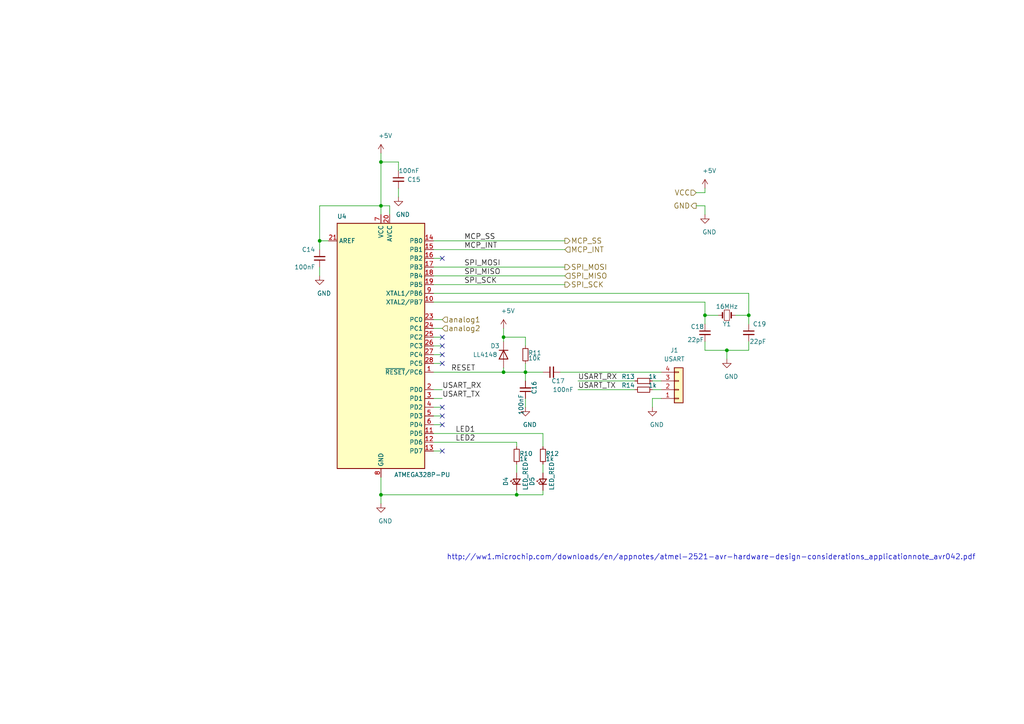
<source format=kicad_sch>
(kicad_sch (version 20211123) (generator eeschema)
  (paper "A4")
  (lib_symbols
    (symbol "Connector_Generic:Conn_01x04" (pin_names (offset 1.016) hide)
      (property "Reference" "J" (at 0 5.08 0))
      (property "Value" "Conn_01x04" (at 0 -7.62 0))
      (symbol "Conn_01x04_1_1"
        (rectangle (start -1.27 -4.953) (end 0 -5.207) (stroke (width 0.1524)))
        (rectangle (start -1.27 -2.413) (end 0 -2.667) (stroke (width 0.1524)))
        (rectangle (start -1.27 0.127) (end 0 -0.127) (stroke (width 0.1524)))
        (rectangle (start -1.27 2.667) (end 0 2.413) (stroke (width 0.1524)))
        (rectangle (start -1.27 3.81) (end 1.27 -6.35) (stroke (width 0.254)) (fill (type background)))
        (pin passive line (at -5.08 2.54 0) (length 3.81) (name "Pin_1") (number "1"))
        (pin passive line (at -5.08 0 0) (length 3.81) (name "Pin_2") (number "2"))
        (pin passive line (at -5.08 -2.54 0) (length 3.81) (name "Pin_3") (number "3"))
        (pin passive line (at -5.08 -5.08 0) (length 3.81) (name "Pin_4") (number "4"))
      )
    )
    (symbol "Device:C_Small" (pin_numbers hide) (pin_names (offset 0.254) hide)
      (property "Reference" "C" (at 0.254 1.778 0))
      (property "Value" "C_Small" (at 0.254 -2.032 0))
      (symbol "C_Small_0_1"
        (polyline (pts (xy -1.524 -0.508) (xy 1.524 -0.508)) (stroke (width 0.3302)))
        (polyline (pts (xy -1.524 0.508) (xy 1.524 0.508)) (stroke (width 0.3048)))
      )
      (symbol "C_Small_1_1"
        (pin passive line (at 0 2.54 270) (length 2.032) (name "~") (number "1"))
        (pin passive line (at 0 -2.54 90) (length 2.032) (name "~") (number "2"))
      )
    )
    (symbol "Device:Crystal_Small" (pin_numbers hide) (pin_names (offset 1.016) hide)
      (property "Reference" "Y" (at 0 2.54 0))
      (property "Value" "Crystal_Small" (at 0 -2.54 0))
      (symbol "Crystal_Small_0_1"
        (rectangle (start -0.762 -1.524) (end 0.762 1.524))
        (polyline (pts (xy -1.27 -0.762) (xy -1.27 0.762)) (stroke (width 0.381)))
        (polyline (pts (xy 1.27 -0.762) (xy 1.27 0.762)) (stroke (width 0.381)))
      )
      (symbol "Crystal_Small_1_1"
        (pin passive line (at -2.54 0 0) (length 1.27) (name "1") (number "1"))
        (pin passive line (at 2.54 0 180) (length 1.27) (name "2") (number "2"))
      )
    )
    (symbol "Device:LED_Small" (pin_numbers hide) (pin_names (offset 0.254) hide)
      (property "Reference" "D" (at -1.27 3.175 0))
      (property "Value" "LED_Small" (at -4.445 -2.54 0))
      (symbol "LED_Small_0_1"
        (polyline (pts (xy -0.762 -1.016) (xy -0.762 1.016)) (stroke (width 0.254)))
        (polyline (pts (xy 1.016 0) (xy -0.762 0)))
        (polyline (pts (xy 0.762 -1.016) (xy -0.762 0) (xy 0.762 1.016) (xy 0.762 -1.016)) (stroke (width 0.254)))
        (polyline (pts (xy 0 0.762) (xy -0.508 1.27) (xy -0.254 1.27) (xy -0.508 1.27) (xy -0.508 1.016)))
        (polyline (pts (xy 0.508 1.27) (xy 0 1.778) (xy 0.254 1.778) (xy 0 1.778) (xy 0 1.524)))
      )
      (symbol "LED_Small_1_1"
        (pin passive line (at -2.54 0 0) (length 1.778) (name "K") (number "1"))
        (pin passive line (at 2.54 0 180) (length 1.778) (name "A") (number "2"))
      )
    )
    (symbol "Device:R_Small" (pin_numbers hide) (pin_names (offset 0.254) hide)
      (property "Reference" "R" (at 0.762 0.508 0))
      (property "Value" "R_Small" (at 0.762 -1.016 0))
      (symbol "R_Small_0_1"
        (rectangle (start -0.762 1.778) (end 0.762 -1.778) (stroke (width 0.2032)))
      )
      (symbol "R_Small_1_1"
        (pin passive line (at 0 2.54 270) (length 0.762) (name "~") (number "1"))
        (pin passive line (at 0 -2.54 90) (length 0.762) (name "~") (number "2"))
      )
    )
    (symbol "Diode:LL4148" (pin_numbers hide) (pin_names (offset 1.016) hide)
      (property "Reference" "D" (at 0 2.54 0))
      (property "Value" "LL4148" (at 0 -2.54 0))
      (symbol "LL4148_0_1"
        (polyline (pts (xy -1.27 1.27) (xy -1.27 -1.27)) (stroke (width 0.254)))
        (polyline (pts (xy 1.27 0) (xy -1.27 0)))
        (polyline (pts (xy 1.27 1.27) (xy 1.27 -1.27) (xy -1.27 0) (xy 1.27 1.27)) (stroke (width 0.254)))
      )
      (symbol "LL4148_1_1"
        (pin passive line (at -3.81 0 0) (length 2.54) (name "K") (number "1"))
        (pin passive line (at 3.81 0 180) (length 2.54) (name "A") (number "2"))
      )
    )
    (symbol "MCU_Microchip_ATmega:ATmega328-P"
      (property "Reference" "U" (at -12.7 36.83 0))
      (property "Value" "ATmega328-P" (at 2.54 -36.83 0))
      (symbol "ATmega328-P_0_1"
        (rectangle (start -12.7 -35.56) (end 12.7 35.56) (stroke (width 0.254)) (fill (type background)))
      )
      (symbol "ATmega328-P_1_1"
        (pin bidirectional line (at 15.24 -7.62 180) (length 2.54) (name "~{RESET}/PC6") (number "1"))
        (pin bidirectional line (at 15.24 12.7 180) (length 2.54) (name "XTAL2/PB7") (number "10"))
        (pin bidirectional line (at 15.24 -25.4 180) (length 2.54) (name "PD5") (number "11"))
        (pin bidirectional line (at 15.24 -27.94 180) (length 2.54) (name "PD6") (number "12"))
        (pin bidirectional line (at 15.24 -30.48 180) (length 2.54) (name "PD7") (number "13"))
        (pin bidirectional line (at 15.24 30.48 180) (length 2.54) (name "PB0") (number "14"))
        (pin bidirectional line (at 15.24 27.94 180) (length 2.54) (name "PB1") (number "15"))
        (pin bidirectional line (at 15.24 25.4 180) (length 2.54) (name "PB2") (number "16"))
        (pin bidirectional line (at 15.24 22.86 180) (length 2.54) (name "PB3") (number "17"))
        (pin bidirectional line (at 15.24 20.32 180) (length 2.54) (name "PB4") (number "18"))
        (pin bidirectional line (at 15.24 17.78 180) (length 2.54) (name "PB5") (number "19"))
        (pin bidirectional line (at 15.24 -12.7 180) (length 2.54) (name "PD0") (number "2"))
        (pin power_in line (at 2.54 38.1 270) (length 2.54) (name "AVCC") (number "20"))
        (pin passive line (at -15.24 30.48 0) (length 2.54) (name "AREF") (number "21"))
        (pin passive line (at 0 -38.1 90) (length 2.54) hide (name "GND") (number "22"))
        (pin bidirectional line (at 15.24 7.62 180) (length 2.54) (name "PC0") (number "23"))
        (pin bidirectional line (at 15.24 5.08 180) (length 2.54) (name "PC1") (number "24"))
        (pin bidirectional line (at 15.24 2.54 180) (length 2.54) (name "PC2") (number "25"))
        (pin bidirectional line (at 15.24 0 180) (length 2.54) (name "PC3") (number "26"))
        (pin bidirectional line (at 15.24 -2.54 180) (length 2.54) (name "PC4") (number "27"))
        (pin bidirectional line (at 15.24 -5.08 180) (length 2.54) (name "PC5") (number "28"))
        (pin bidirectional line (at 15.24 -15.24 180) (length 2.54) (name "PD1") (number "3"))
        (pin bidirectional line (at 15.24 -17.78 180) (length 2.54) (name "PD2") (number "4"))
        (pin bidirectional line (at 15.24 -20.32 180) (length 2.54) (name "PD3") (number "5"))
        (pin bidirectional line (at 15.24 -22.86 180) (length 2.54) (name "PD4") (number "6"))
        (pin power_in line (at 0 38.1 270) (length 2.54) (name "VCC") (number "7"))
        (pin power_in line (at 0 -38.1 90) (length 2.54) (name "GND") (number "8"))
        (pin bidirectional line (at 15.24 15.24 180) (length 2.54) (name "XTAL1/PB6") (number "9"))
      )
    )
    (symbol "power:+5V" (power) (pin_names (offset 0))
      (property "Value" "+5V" (at 0 3.556 0))
      (symbol "+5V_0_1"
        (polyline (pts (xy -0.762 1.27) (xy 0 2.54)))
        (polyline (pts (xy 0 0) (xy 0 2.54)))
        (polyline (pts (xy 0 2.54) (xy 0.762 1.27)))
      )
      (symbol "+5V_1_1"
        (pin power_in line (at 0 0 90) (length 0) hide (name "+5V") (number "1"))
      )
    )
    (symbol "power:GND" (power) (pin_names (offset 0))
      (property "Value" "GND" (at 0 -3.81 0))
      (symbol "GND_0_1"
        (polyline (pts (xy 0 0) (xy 0 -1.27) (xy 1.27 -1.27) (xy 0 -2.54) (xy -1.27 -1.27) (xy 0 -1.27)))
      )
      (symbol "GND_1_1"
        (pin power_in line (at 0 0 270) (length 0) hide (name "GND") (number "1"))
      )
    )
  )
  (junction (at 149.86 143.51))
  (junction (at 110.49 143.51))
  (junction (at 152.4 107.95))
  (junction (at 217.17 91.44))
  (junction (at 204.47 91.44))
  (junction (at 110.49 46.99))
  (junction (at 92.71 69.85))
  (junction (at 210.82 101.6))
  (junction (at 146.05 97.79))
  (junction (at 110.49 59.69))
  (junction (at 146.05 107.95))
  (no_connect (at 128.27 100.33))
  (no_connect (at 128.27 74.93))
  (no_connect (at 128.27 120.65))
  (no_connect (at 128.27 130.81))
  (no_connect (at 128.27 102.87))
  (no_connect (at 128.27 123.19))
  (no_connect (at 128.27 118.11))
  (no_connect (at 128.27 105.41))
  (no_connect (at 128.27 97.79))
  (wire (pts (xy 115.57 57.15) (xy 115.57 54.61)))
  (wire (pts (xy 189.23 113.03) (xy 191.77 113.03)))
  (wire (pts (xy 113.03 62.23) (xy 113.03 59.69)))
  (wire (pts (xy 146.05 107.95) (xy 152.4 107.95)))
  (wire (pts (xy 157.48 125.73) (xy 157.48 129.54)))
  (wire (pts (xy 110.49 62.23) (xy 110.49 59.69)))
  (wire (pts (xy 110.49 46.99) (xy 110.49 59.69)))
  (wire (pts (xy 157.48 142.24) (xy 157.48 143.51)))
  (wire (pts (xy 217.17 91.44) (xy 213.36 91.44)))
  (wire (pts (xy 201.93 59.69) (xy 204.47 59.69)))
  (wire (pts (xy 152.4 100.33) (xy 152.4 97.79)))
  (wire (pts (xy 204.47 87.63) (xy 204.47 91.44)))
  (wire (pts (xy 208.28 91.44) (xy 204.47 91.44)))
  (wire (pts (xy 110.49 59.69) (xy 113.03 59.69)))
  (wire (pts (xy 125.73 118.11) (xy 128.27 118.11)))
  (wire (pts (xy 189.23 110.49) (xy 191.77 110.49)))
  (wire (pts (xy 201.93 55.88) (xy 204.47 55.88)))
  (wire (pts (xy 128.27 115.57) (xy 125.73 115.57)))
  (wire (pts (xy 204.47 101.6) (xy 204.47 99.06)))
  (wire (pts (xy 152.4 105.41) (xy 152.4 107.95)))
  (wire (pts (xy 125.73 102.87) (xy 128.27 102.87)))
  (wire (pts (xy 204.47 55.88) (xy 204.47 54.61)))
  (wire (pts (xy 189.23 115.57) (xy 191.77 115.57)))
  (wire (pts (xy 204.47 59.69) (xy 204.47 62.23)))
  (wire (pts (xy 110.49 143.51) (xy 149.86 143.51)))
  (wire (pts (xy 125.73 85.09) (xy 217.17 85.09)))
  (wire (pts (xy 210.82 104.14) (xy 210.82 101.6)))
  (wire (pts (xy 110.49 59.69) (xy 92.71 59.69)))
  (wire (pts (xy 146.05 106.68) (xy 146.05 107.95)))
  (wire (pts (xy 146.05 97.79) (xy 152.4 97.79)))
  (wire (pts (xy 217.17 101.6) (xy 217.17 99.06)))
  (wire (pts (xy 92.71 69.85) (xy 95.25 69.85)))
  (wire (pts (xy 217.17 91.44) (xy 217.17 93.98)))
  (wire (pts (xy 128.27 105.41) (xy 125.73 105.41)))
  (wire (pts (xy 115.57 46.99) (xy 110.49 46.99)))
  (wire (pts (xy 128.27 92.71) (xy 125.73 92.71)))
  (wire (pts (xy 128.27 74.93) (xy 125.73 74.93)))
  (wire (pts (xy 152.4 115.57) (xy 152.4 118.11)))
  (wire (pts (xy 149.86 128.27) (xy 149.86 129.54)))
  (wire (pts (xy 110.49 46.99) (xy 110.49 44.45)))
  (wire (pts (xy 125.73 130.81) (xy 128.27 130.81)))
  (wire (pts (xy 152.4 107.95) (xy 157.48 107.95)))
  (wire (pts (xy 167.64 110.49) (xy 184.15 110.49)))
  (wire (pts (xy 152.4 107.95) (xy 152.4 110.49)))
  (wire (pts (xy 217.17 85.09) (xy 217.17 91.44)))
  (wire (pts (xy 92.71 77.47) (xy 92.71 80.01)))
  (wire (pts (xy 163.83 80.01) (xy 125.73 80.01)))
  (wire (pts (xy 189.23 118.11) (xy 189.23 115.57)))
  (wire (pts (xy 125.73 77.47) (xy 163.83 77.47)))
  (wire (pts (xy 125.73 113.03) (xy 128.27 113.03)))
  (wire (pts (xy 92.71 59.69) (xy 92.71 69.85)))
  (wire (pts (xy 125.73 125.73) (xy 157.48 125.73)))
  (wire (pts (xy 163.83 69.85) (xy 125.73 69.85)))
  (wire (pts (xy 125.73 123.19) (xy 128.27 123.19)))
  (wire (pts (xy 125.73 100.33) (xy 128.27 100.33)))
  (wire (pts (xy 110.49 138.43) (xy 110.49 143.51)))
  (wire (pts (xy 110.49 143.51) (xy 110.49 146.05)))
  (wire (pts (xy 162.56 107.95) (xy 191.77 107.95)))
  (wire (pts (xy 204.47 91.44) (xy 204.47 93.98)))
  (wire (pts (xy 128.27 95.25) (xy 125.73 95.25)))
  (wire (pts (xy 146.05 99.06) (xy 146.05 97.79)))
  (wire (pts (xy 204.47 101.6) (xy 210.82 101.6)))
  (wire (pts (xy 149.86 134.62) (xy 149.86 137.16)))
  (wire (pts (xy 125.73 128.27) (xy 149.86 128.27)))
  (wire (pts (xy 125.73 107.95) (xy 146.05 107.95)))
  (wire (pts (xy 125.73 120.65) (xy 128.27 120.65)))
  (wire (pts (xy 146.05 95.25) (xy 146.05 97.79)))
  (wire (pts (xy 125.73 97.79) (xy 128.27 97.79)))
  (wire (pts (xy 167.64 113.03) (xy 184.15 113.03)))
  (wire (pts (xy 125.73 72.39) (xy 163.83 72.39)))
  (wire (pts (xy 115.57 49.53) (xy 115.57 46.99)))
  (wire (pts (xy 149.86 143.51) (xy 157.48 143.51)))
  (wire (pts (xy 157.48 134.62) (xy 157.48 137.16)))
  (wire (pts (xy 125.73 82.55) (xy 163.83 82.55)))
  (wire (pts (xy 149.86 142.24) (xy 149.86 143.51)))
  (wire (pts (xy 125.73 87.63) (xy 204.47 87.63)))
  (wire (pts (xy 210.82 101.6) (xy 217.17 101.6)))
  (wire (pts (xy 92.71 69.85) (xy 92.71 72.39)))
  (text "http://ww1.microchip.com/downloads/en/appnotes/atmel-2521-avr-hardware-design-considerations_applicationnote_avr042.pdf" (at 129.54 162.56 0) (effects (font (size 1.524 1.524)) (justify left bottom)))
  (label "SPI_MOSI" (at 134.62 77.47 0) (effects (font (size 1.524 1.524))))
  (label "USART_TX" (at 167.64 113.03 0) (effects (font (size 1.524 1.524))))
  (label "USART_TX" (at 128.27 115.57 0) (effects (font (size 1.524 1.524))))
  (label "LED1" (at 132.08 125.73 0) (effects (font (size 1.524 1.524))))
  (label "MCP_INT" (at 134.62 72.39 0) (effects (font (size 1.524 1.524))))
  (label "RESET" (at 130.81 107.95 0) (effects (font (size 1.524 1.524))))
  (label "USART_RX" (at 128.27 113.03 0) (effects (font (size 1.524 1.524))))
  (label "MCP_SS" (at 134.62 69.85 0) (effects (font (size 1.524 1.524))))
  (label "SPI_MISO" (at 134.62 80.01 0) (effects (font (size 1.524 1.524))))
  (label "SPI_SCK" (at 134.62 82.55 0) (effects (font (size 1.524 1.524))))
  (label "LED2" (at 132.08 128.27 0) (effects (font (size 1.524 1.524))))
  (label "USART_RX" (at 167.64 110.49 0) (effects (font (size 1.524 1.524))))
  (hierarchical_label "VCC" (shape input) (at 201.93 55.88 180) (effects (font (size 1.524 1.524))))
  (hierarchical_label "SPI_MOSI" (shape output) (at 163.83 77.47 0) (effects (font (size 1.524 1.524))))
  (hierarchical_label "GND" (shape output) (at 201.93 59.69 180) (effects (font (size 1.524 1.524))))
  (hierarchical_label "MCP_INT" (shape input) (at 163.83 72.39 0) (effects (font (size 1.524 1.524))))
  (hierarchical_label "analog2" (shape input) (at 128.27 95.25 0) (effects (font (size 1.524 1.524))))
  (hierarchical_label "MCP_SS" (shape output) (at 163.83 69.85 0) (effects (font (size 1.524 1.524))))
  (hierarchical_label "SPI_SCK" (shape output) (at 163.83 82.55 0) (effects (font (size 1.524 1.524))))
  (hierarchical_label "analog1" (shape input) (at 128.27 92.71 0) (effects (font (size 1.524 1.524))))
  (hierarchical_label "SPI_MISO" (shape input) (at 163.83 80.01 0) (effects (font (size 1.524 1.524))))
  (symbol (lib_id "MCU_Microchip_ATmega:ATmega328-P") (at 110.49 100.33 0) (unit 1)
    (property "Reference" "U4" (at 97.79 63.5 0) (effects (justify left bottom)))
    (property "Value" "ATMEGA328P-PU" (at 114.3 138.43 0) (effects (justify left bottom)))
    (property "Footprint" "Package_DIP:DIP-28_W7.62mm_Socket" (effects hide))
  )
  (symbol (lib_id "Device:Crystal_Small") (at 210.82 91.44 0) (mirror x) (unit 1)
    (property "Reference" "Y1" (at 210.82 93.98 0))
    (property "Value" "16MHz" (at 210.82 88.9 0))
    (property "Footprint" "Crystal:Crystal_HC49-U_Vertical" (effects hide))
    (property "Datasheet" "http://www.farnell.com/datasheets/321153.pdf" (effects hide))
  )
  (symbol (lib_id "Device:C_Small") (at 204.47 96.52 0) (mirror y) (unit 1)
    (property "Reference" "C18" (at 204.216 94.742 0) (effects (justify left)))
    (property "Value" "22pF" (at 204.216 98.552 0) (effects (justify left)))
    (property "Footprint" "Capacitor_SMD:C_0805_2012Metric_Pad1.18x1.45mm_HandSolder" (effects hide))
  )
  (symbol (lib_id "Device:C_Small") (at 217.17 96.52 0) (mirror y) (unit 1)
    (property "Reference" "C19" (at 222.25 93.98 0) (effects (justify left)))
    (property "Value" "22pF" (at 222.25 99.06 0) (effects (justify left)))
    (property "Footprint" "Capacitor_SMD:C_0805_2012Metric_Pad1.18x1.45mm_HandSolder" (effects hide))
  )
  (symbol (lib_id "Device:R_Small") (at 152.4 102.87 0) (unit 1)
    (property "Reference" "R11" (at 153.162 102.362 0) (effects (justify left)))
    (property "Value" "10k" (at 153.162 103.886 0) (effects (justify left)))
    (property "Footprint" "Resistor_SMD:R_0805_2012Metric_Pad1.20x1.40mm_HandSolder" (effects hide))
  )
  (symbol (lib_id "Device:C_Small") (at 152.4 113.03 180) (unit 1)
    (property "Reference" "C16" (at 154.94 110.49 90) (effects (justify left)))
    (property "Value" "100nF" (at 151.13 114.3 90) (effects (justify left)))
    (property "Footprint" "Capacitor_SMD:C_0805_2012Metric_Pad1.18x1.45mm_HandSolder" (effects hide))
  )
  (symbol (lib_id "Device:LED_Small") (at 149.86 139.7 90) (unit 1)
    (property "Reference" "D4" (at 146.685 140.97 0) (effects (justify left)))
    (property "Value" "LED_RED" (at 152.4 142.24 0) (effects (justify left)))
    (property "Footprint" "LED_SMD:LED_0805_2012Metric_Pad1.15x1.40mm_HandSolder" (effects hide))
  )
  (symbol (lib_id "Device:R_Small") (at 149.86 132.08 0) (unit 1)
    (property "Reference" "R10" (at 150.622 131.572 0) (effects (justify left)))
    (property "Value" "1k" (at 150.622 133.096 0) (effects (justify left)))
    (property "Footprint" "Resistor_SMD:R_0805_2012Metric_Pad1.20x1.40mm_HandSolder" (effects hide))
  )
  (symbol (lib_id "Device:R_Small") (at 186.69 110.49 90) (unit 1)
    (property "Reference" "R13" (at 184.15 109.22 90) (effects (justify left)))
    (property "Value" "1k" (at 190.5 109.22 90) (effects (justify left)))
    (property "Footprint" "Resistor_SMD:R_0805_2012Metric_Pad1.20x1.40mm_HandSolder" (effects hide))
  )
  (symbol (lib_id "Device:R_Small") (at 186.69 113.03 90) (unit 1)
    (property "Reference" "R14" (at 184.15 111.76 90) (effects (justify left)))
    (property "Value" "1k" (at 190.5 111.76 90) (effects (justify left)))
    (property "Footprint" "Resistor_SMD:R_0805_2012Metric_Pad1.20x1.40mm_HandSolder" (effects hide))
  )
  (symbol (lib_id "Device:LED_Small") (at 157.48 139.7 90) (unit 1)
    (property "Reference" "D5" (at 154.305 140.97 0) (effects (justify left)))
    (property "Value" "LED_RED" (at 160.02 142.24 0) (effects (justify left)))
    (property "Footprint" "LED_SMD:LED_0805_2012Metric_Pad1.15x1.40mm_HandSolder" (effects hide))
  )
  (symbol (lib_id "Device:R_Small") (at 157.48 132.08 0) (unit 1)
    (property "Reference" "R12" (at 158.242 131.572 0) (effects (justify left)))
    (property "Value" "1k" (at 158.242 133.096 0) (effects (justify left)))
    (property "Footprint" "Resistor_SMD:R_0805_2012Metric_Pad1.20x1.40mm_HandSolder" (effects hide))
  )
  (symbol (lib_id "Diode:LL4148") (at 146.05 102.87 90) (mirror x) (unit 1)
    (property "Reference" "D3" (at 142.24 100.33 90) (effects (justify right)))
    (property "Value" "LL4148" (at 137.16 102.87 90) (effects (justify right)))
    (property "Footprint" "Diode_SMD:D_MiniMELF_Handsoldering" (effects hide))
    (property "Datasheet" "http://www.vishay.com/docs/85557/ll4148.pdf" (effects hide))
  )
  (symbol (lib_id "power:GND") (at 210.82 104.14 0) (unit 1)
    (property "Reference" "#PWR022" (effects hide))
    (property "Value" "GND" (at 212.09 109.22 0))
  )
  (symbol (lib_id "power:GND") (at 110.49 146.05 0) (unit 1)
    (property "Reference" "#PWR015" (effects hide))
    (property "Value" "GND" (at 111.76 151.13 0))
  )
  (symbol (lib_id "power:GND") (at 204.47 62.23 0) (unit 1)
    (property "Reference" "#PWR021" (effects hide))
    (property "Value" "GND" (at 205.74 67.31 0))
  )
  (symbol (lib_id "Connector_Generic:Conn_01x04") (at 196.85 113.03 0) (mirror x) (unit 1)
    (property "Reference" "J1" (at 195.58 101.6 0))
    (property "Value" "USART" (at 195.58 104.14 0))
    (property "Footprint" "Connector_PinHeader_2.54mm:PinHeader_1x04_P2.54mm_Vertical" (effects hide))
  )
  (symbol (lib_id "power:GND") (at 152.4 118.11 0) (unit 1)
    (property "Reference" "#PWR018" (effects hide))
    (property "Value" "GND" (at 153.67 123.19 0))
  )
  (symbol (lib_id "Device:C_Small") (at 160.02 107.95 90) (unit 1)
    (property "Reference" "C17" (at 163.83 110.49 90) (effects (justify left)))
    (property "Value" "100nF" (at 166.37 113.03 90) (effects (justify left)))
    (property "Footprint" "Capacitor_SMD:C_0805_2012Metric_Pad1.18x1.45mm_HandSolder" (effects hide))
  )
  (symbol (lib_id "power:GND") (at 189.23 118.11 0) (unit 1)
    (property "Reference" "#PWR019" (effects hide))
    (property "Value" "GND" (at 190.5 123.19 0))
  )
  (symbol (lib_id "Device:C_Small") (at 115.57 52.07 0) (unit 1)
    (property "Reference" "C15" (at 118.11 52.07 0) (effects (justify left)))
    (property "Value" "100nF" (at 115.57 49.53 0) (effects (justify left)))
    (property "Footprint" "Capacitor_SMD:C_0805_2012Metric_Pad1.18x1.45mm_HandSolder" (effects hide))
  )
  (symbol (lib_id "power:+5V") (at 110.49 44.45 0) (unit 1)
    (property "Reference" "#PWR014" (effects hide))
    (property "Value" "+5V" (at 111.76 39.37 0))
  )
  (symbol (lib_id "power:+5V") (at 204.47 54.61 0) (unit 1)
    (property "Reference" "#PWR020" (effects hide))
    (property "Value" "+5V" (at 205.74 49.53 0))
  )
  (symbol (lib_id "power:+5V") (at 146.05 95.25 0) (unit 1)
    (property "Reference" "#PWR017" (effects hide))
    (property "Value" "+5V" (at 147.32 90.17 0))
  )
  (symbol (lib_id "power:GND") (at 115.57 57.15 0) (unit 1)
    (property "Reference" "#PWR016" (effects hide))
    (property "Value" "GND" (at 116.84 62.23 0))
  )
  (symbol (lib_id "Device:C_Small") (at 92.71 74.93 180) (unit 1)
    (property "Reference" "C14" (at 91.44 72.39 0) (effects (justify left)))
    (property "Value" "100nF" (at 91.44 77.47 0) (effects (justify left)))
    (property "Footprint" "Capacitor_SMD:C_0805_2012Metric_Pad1.18x1.45mm_HandSolder" (effects hide))
  )
  (symbol (lib_id "power:GND") (at 92.71 80.01 0) (unit 1)
    (property "Reference" "#PWR013" (effects hide))
    (property "Value" "GND" (at 93.98 85.09 0))
  )
)
</source>
